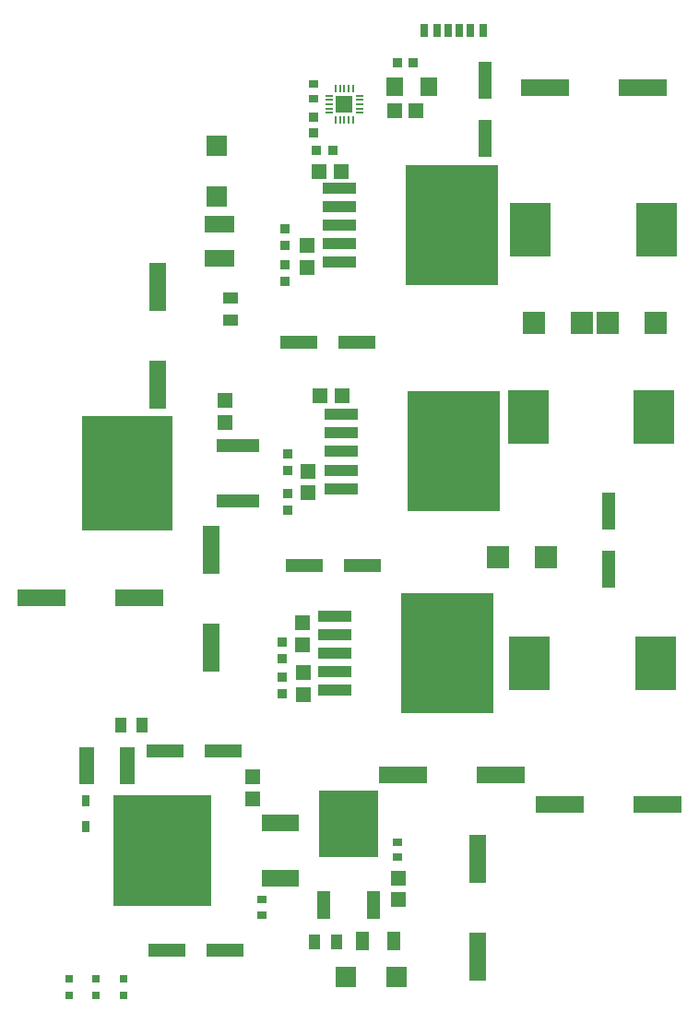
<source format=gbr>
%TF.GenerationSoftware,KiCad,Pcbnew,9.0.6*%
%TF.CreationDate,2026-01-11T21:04:53+09:00*%
%TF.ProjectId,zudo-pd,7a75646f-2d70-4642-9e6b-696361645f70,rev?*%
%TF.SameCoordinates,Original*%
%TF.FileFunction,Paste,Top*%
%TF.FilePolarity,Positive*%
%FSLAX46Y46*%
G04 Gerber Fmt 4.6, Leading zero omitted, Abs format (unit mm)*
G04 Created by KiCad (PCBNEW 9.0.6) date 2026-01-11 21:04:53*
%MOMM*%
%LPD*%
G01*
G04 APERTURE LIST*
%ADD10R,8.500000X11.000000*%
%ADD11R,3.080000X1.020000*%
%ADD12R,3.500000X1.200000*%
%ADD13R,0.860000X0.810000*%
%ADD14R,0.800000X1.200000*%
%ADD15R,0.700000X1.200000*%
%ADD16R,1.200000X3.500000*%
%ADD17R,0.200000X0.660000*%
%ADD18R,0.660000X0.200000*%
%ADD19R,1.650000X1.650000*%
%ADD20R,1.490000X1.730000*%
%ADD21R,1.410000X1.350000*%
%ADD22R,0.810000X0.860000*%
%ADD23R,4.500000X1.650000*%
%ADD24R,0.900000X0.800000*%
%ADD25R,2.000000X2.000000*%
%ADD26R,1.350000X1.410000*%
%ADD27R,3.730000X5.000000*%
%ADD28R,4.000000X1.300000*%
%ADD29R,8.400000X10.570000*%
%ADD30R,1.900000X1.900000*%
%ADD31R,0.800000X0.800000*%
%ADD32R,1.190000X1.730000*%
%ADD33R,1.130000X1.380000*%
%ADD34R,2.780000X1.490000*%
%ADD35R,0.800000X1.000000*%
%ADD36R,1.650000X4.500000*%
%ADD37R,1.410000X3.500000*%
%ADD38R,1.380000X1.130000*%
%ADD39R,3.500000X1.600000*%
%ADD40R,9.000000X10.200000*%
%ADD41R,1.270000X2.540000*%
%ADD42R,5.400000X6.100000*%
G04 APERTURE END LIST*
D10*
%TO.C,U4*%
X53720000Y-64402500D03*
D11*
X43400000Y-67802500D03*
X43400000Y-66102500D03*
X43400000Y-64402500D03*
X43400000Y-62702500D03*
X43400000Y-61002500D03*
%TD*%
D12*
%TO.C,C9*%
X40620000Y-56402500D03*
X45960000Y-56402500D03*
%TD*%
D13*
%TO.C,R13*%
X41450000Y-15190000D03*
X41450000Y-16690000D03*
%TD*%
D14*
%TO.C,J1*%
X57020000Y-7260000D03*
D15*
X55820000Y-7260000D03*
X54820000Y-7260000D03*
X53820000Y-7260000D03*
X52820000Y-7260000D03*
D14*
X51620000Y-7260000D03*
%TD*%
D16*
%TO.C,C5*%
X57220000Y-17170000D03*
X57220000Y-11830000D03*
%TD*%
D17*
%TO.C,U1*%
X45080000Y-12622500D03*
X44680000Y-12622500D03*
X44280000Y-12622500D03*
X43880000Y-12622500D03*
X43480000Y-12622500D03*
D18*
X42870000Y-13232500D03*
X42870000Y-13632500D03*
X42870000Y-14032500D03*
X42870000Y-14432500D03*
X42870000Y-14832500D03*
D17*
X43480000Y-15442500D03*
X43880000Y-15442500D03*
X44280000Y-15442500D03*
X44680000Y-15442500D03*
X45080000Y-15442500D03*
D18*
X45690000Y-14832500D03*
X45690000Y-14432500D03*
X45690000Y-14032500D03*
X45690000Y-13632500D03*
X45690000Y-13232500D03*
D19*
X44280000Y-14032500D03*
%TD*%
D20*
%TO.C,C1*%
X52060000Y-12432500D03*
X48880000Y-12432500D03*
%TD*%
D21*
%TO.C,C2*%
X50880000Y-14632500D03*
X48880000Y-14632500D03*
%TD*%
D22*
%TO.C,R11*%
X49130000Y-10202500D03*
X50630000Y-10202500D03*
%TD*%
D23*
%TO.C,C3*%
X62720000Y-12500000D03*
X71720000Y-12500000D03*
%TD*%
D24*
%TO.C,C30*%
X41480000Y-12132500D03*
X41480000Y-13532500D03*
%TD*%
D25*
%TO.C,D1*%
X68460000Y-34102500D03*
X72860000Y-34102500D03*
%TD*%
D21*
%TO.C,C6*%
X43960000Y-20202500D03*
X41960000Y-20202500D03*
%TD*%
D26*
%TO.C,C19*%
X49240000Y-87042500D03*
X49240000Y-85042500D03*
%TD*%
%TO.C,C32*%
X40960000Y-47702500D03*
X40960000Y-49702500D03*
%TD*%
D27*
%TO.C,L2*%
X61190000Y-42702500D03*
X72730000Y-42702500D03*
%TD*%
D28*
%TO.C,U6*%
X34550000Y-50442500D03*
X34550000Y-45362500D03*
D29*
X24370000Y-47902500D03*
%TD*%
D30*
%TO.C,TVS3*%
X44430000Y-94102500D03*
X49090000Y-94102500D03*
%TD*%
D24*
%TO.C,C16*%
X49140000Y-81750000D03*
X49140000Y-83150000D03*
%TD*%
D31*
%TO.C,LED2*%
X19000000Y-95802500D03*
X19000000Y-94302500D03*
%TD*%
D11*
%TO.C,U3*%
X44040000Y-42502500D03*
X44040000Y-44202500D03*
X44040000Y-45902500D03*
X44040000Y-47602500D03*
X44040000Y-49302500D03*
D10*
X54360000Y-45902500D03*
%TD*%
D32*
%TO.C,PTC3*%
X45910000Y-90802500D03*
X48810000Y-90802500D03*
%TD*%
D33*
%TO.C,R9*%
X43560000Y-90902500D03*
X41560000Y-90902500D03*
%TD*%
D27*
%TO.C,L3*%
X61290000Y-65302500D03*
X72830000Y-65302500D03*
%TD*%
D26*
%TO.C,C17*%
X33350000Y-41202500D03*
X33350000Y-43202500D03*
%TD*%
D34*
%TO.C,PTC1*%
X32800000Y-28200000D03*
X32800000Y-25000000D03*
%TD*%
D12*
%TO.C,C23*%
X33170000Y-73342500D03*
X27830000Y-73342500D03*
%TD*%
D35*
%TO.C,TVS2*%
X20570000Y-80342500D03*
X20570000Y-77942500D03*
%TD*%
D36*
%TO.C,C20*%
X32050000Y-54902500D03*
X32050000Y-63902500D03*
%TD*%
D13*
%TO.C,R1*%
X38860000Y-30252500D03*
X38860000Y-28752500D03*
%TD*%
D37*
%TO.C,PTC2*%
X24320000Y-74742500D03*
X20620000Y-74742500D03*
%TD*%
D23*
%TO.C,C14*%
X25450000Y-59302500D03*
X16450000Y-59302500D03*
%TD*%
D12*
%TO.C,C7*%
X45460000Y-35902500D03*
X40120000Y-35902500D03*
%TD*%
D26*
%TO.C,C33*%
X40560000Y-68202500D03*
X40560000Y-66202500D03*
%TD*%
D13*
%TO.C,R2*%
X38860000Y-25452500D03*
X38860000Y-26952500D03*
%TD*%
D38*
%TO.C,R7*%
X33800000Y-31800000D03*
X33800000Y-33800000D03*
%TD*%
D11*
%TO.C,U2*%
X43840000Y-21702500D03*
X43840000Y-23402500D03*
X43840000Y-25102500D03*
X43840000Y-26802500D03*
X43840000Y-28502500D03*
D10*
X54160000Y-25102500D03*
%TD*%
D13*
%TO.C,R3*%
X39060000Y-49752500D03*
X39060000Y-51252500D03*
%TD*%
D33*
%TO.C,R8*%
X25750000Y-71000000D03*
X23750000Y-71000000D03*
%TD*%
D12*
%TO.C,C22*%
X33340000Y-91642500D03*
X28000000Y-91642500D03*
%TD*%
D21*
%TO.C,C8*%
X44060000Y-40802500D03*
X42060000Y-40802500D03*
%TD*%
D26*
%TO.C,C31*%
X40860000Y-27002500D03*
X40860000Y-29002500D03*
%TD*%
%TO.C,C18*%
X35870000Y-77742500D03*
X35870000Y-75742500D03*
%TD*%
D31*
%TO.C,LED4*%
X24000000Y-95802500D03*
X24000000Y-94302500D03*
%TD*%
D13*
%TO.C,R4*%
X39060000Y-47652500D03*
X39060000Y-46152500D03*
%TD*%
D23*
%TO.C,C11*%
X73060000Y-78302500D03*
X64060000Y-78302500D03*
%TD*%
%TO.C,C24*%
X58640000Y-75600000D03*
X49640000Y-75600000D03*
%TD*%
D39*
%TO.C,U7*%
X38370000Y-85082500D03*
D40*
X27570000Y-82542500D03*
D39*
X38370000Y-80002500D03*
%TD*%
D36*
%TO.C,C21*%
X27150000Y-39802500D03*
X27150000Y-30802500D03*
%TD*%
D13*
%TO.C,R6*%
X38560000Y-64902500D03*
X38560000Y-63402500D03*
%TD*%
D25*
%TO.C,D3*%
X62760000Y-55602500D03*
X58360000Y-55602500D03*
%TD*%
D27*
%TO.C,L1*%
X72930000Y-25502500D03*
X61390000Y-25502500D03*
%TD*%
D41*
%TO.C,U8*%
X42360000Y-87552500D03*
D42*
X44650000Y-80052500D03*
D41*
X46940000Y-87542500D03*
%TD*%
D13*
%TO.C,R5*%
X38560000Y-66602500D03*
X38560000Y-68102500D03*
%TD*%
D26*
%TO.C,C10*%
X40460000Y-61602500D03*
X40460000Y-63602500D03*
%TD*%
D24*
%TO.C,C15*%
X36750000Y-88450000D03*
X36750000Y-87050000D03*
%TD*%
D31*
%TO.C,LED3*%
X21500000Y-95802500D03*
X21500000Y-94302500D03*
%TD*%
D16*
%TO.C,C4*%
X68560000Y-51382500D03*
X68560000Y-56722500D03*
%TD*%
D36*
%TO.C,C25*%
X56560000Y-83302500D03*
X56560000Y-92302500D03*
%TD*%
D25*
%TO.C,D2*%
X61660000Y-34102500D03*
X66060000Y-34102500D03*
%TD*%
D30*
%TO.C,TVS1*%
X32600000Y-22530000D03*
X32600000Y-17870000D03*
%TD*%
D22*
%TO.C,R12*%
X41720000Y-18290000D03*
X43220000Y-18290000D03*
%TD*%
M02*

</source>
